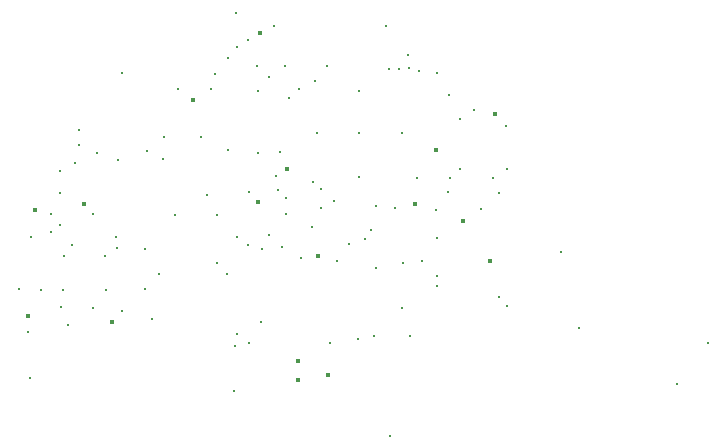
<source format=gbr>
%TF.GenerationSoftware,KiCad,Pcbnew,8.0.5-8.0.5-0~ubuntu22.04.1*%
%TF.CreationDate,2024-10-09T17:19:14-04:00*%
%TF.ProjectId,blinkencap,626c696e-6b65-46e6-9361-702e6b696361,1.0*%
%TF.SameCoordinates,Original*%
%TF.FileFunction,Plated,1,2,PTH,Drill*%
%TF.FilePolarity,Positive*%
%FSLAX46Y46*%
G04 Gerber Fmt 4.6, Leading zero omitted, Abs format (unit mm)*
G04 Created by KiCad (PCBNEW 8.0.5-8.0.5-0~ubuntu22.04.1) date 2024-10-09 17:19:14*
%MOMM*%
%LPD*%
G01*
G04 APERTURE LIST*
%TA.AperFunction,ViaDrill*%
%ADD10C,0.300000*%
%TD*%
%TA.AperFunction,ComponentDrill*%
%ADD11C,0.300000*%
%TD*%
%TA.AperFunction,ViaDrill*%
%ADD12C,0.400000*%
%TD*%
G04 APERTURE END LIST*
D10*
X42008898Y-57112151D03*
X43000000Y-52648091D03*
X43900000Y-57200000D03*
X44700000Y-50699994D03*
X44700000Y-52300000D03*
X45500000Y-47100000D03*
X45523031Y-58618368D03*
X45700000Y-57200000D03*
X45800000Y-54300000D03*
X46133239Y-60154581D03*
X46478640Y-53400000D03*
X46785642Y-46465000D03*
X47100000Y-44900000D03*
X48300000Y-50700000D03*
X48300000Y-58700000D03*
X48600000Y-45600000D03*
X49300000Y-54300000D03*
X49400000Y-57200000D03*
X50200000Y-52700000D03*
X50272550Y-53599584D03*
X50400000Y-46200000D03*
X52700000Y-53700000D03*
X52700000Y-57100000D03*
X52800000Y-45400000D03*
X54200000Y-46100000D03*
X54300000Y-44200000D03*
X55500000Y-40200000D03*
X57400000Y-44200000D03*
X57900000Y-49100000D03*
X58300000Y-40200000D03*
X59615074Y-55784936D03*
X59700000Y-37500000D03*
X59700000Y-45300000D03*
X60463325Y-36636675D03*
X60500000Y-52700000D03*
X60500000Y-60900000D03*
X61396652Y-36000000D03*
X61400001Y-53399999D03*
X61500000Y-48900000D03*
X61500002Y-61700000D03*
X62182383Y-38200000D03*
X62200000Y-40300000D03*
X62200000Y-45600000D03*
X63148942Y-52500006D03*
X63800000Y-47500000D03*
X63900000Y-48700000D03*
X64100000Y-45500000D03*
X64300000Y-53500000D03*
X64500000Y-38200000D03*
X64600000Y-50700000D03*
X64900000Y-40900000D03*
X65691702Y-40200000D03*
X66800000Y-51800000D03*
X66900000Y-48000000D03*
X67100000Y-39500000D03*
X67547341Y-50260937D03*
X67583665Y-48626384D03*
X68076157Y-38200000D03*
X68300000Y-61700000D03*
X68700000Y-49600000D03*
X68900000Y-54700000D03*
X69900000Y-53275000D03*
X70700000Y-61320068D03*
X71299997Y-52899997D03*
X72100000Y-61100000D03*
X72200000Y-55300000D03*
X72205000Y-50100000D03*
X73300000Y-38500000D03*
X73800000Y-50200000D03*
X74170003Y-38500000D03*
X74400000Y-58700000D03*
X74500000Y-54900000D03*
X74900000Y-37300000D03*
X75000426Y-38355418D03*
X75100000Y-61100000D03*
X75700000Y-47700000D03*
X75900000Y-38600000D03*
X76100000Y-54700000D03*
X77300000Y-50400000D03*
X77400000Y-56000000D03*
X77400000Y-56800000D03*
X77427297Y-38772701D03*
X78300000Y-48900000D03*
X78400000Y-40700000D03*
X78500000Y-47700000D03*
X79300000Y-42700000D03*
X79300000Y-46900000D03*
X80500000Y-41900000D03*
X81100000Y-50300000D03*
X82100000Y-47700000D03*
X83300000Y-46900000D03*
X83300000Y-58500000D03*
D11*
%TO.C,STITCH25*%
X42800000Y-60700000D03*
%TO.C,STITCH20*%
X42900000Y-64600000D03*
%TO.C,STITCH11*%
X45500000Y-49000000D03*
%TO.C,STITCH24*%
X45500000Y-51700000D03*
%TO.C,STITCH6*%
X47100000Y-43600000D03*
%TO.C,STITCH23*%
X50700000Y-38800000D03*
%TO.C,STITCH13*%
X50750000Y-58950000D03*
X53300000Y-59600000D03*
%TO.C,STITCH12*%
X53850000Y-55800000D03*
X55200000Y-50800000D03*
%TO.C,STITCH1*%
X58600000Y-38900000D03*
%TO.C,STITCH12*%
X58800000Y-50800000D03*
%TO.C,STITCH4*%
X58800000Y-54900000D03*
%TO.C,STITCH2*%
X60200000Y-65700000D03*
%TO.C,STITCH5*%
X60300000Y-61900000D03*
%TO.C,STITCH14*%
X60400000Y-33700000D03*
%TO.C,STITCH21*%
X62500000Y-59900000D03*
%TO.C,STITCH10*%
X62600000Y-53700000D03*
%TO.C,STITCH7*%
X63200000Y-39100000D03*
%TO.C,STITCH8*%
X63600000Y-34800000D03*
%TO.C,STITCH3*%
X64600000Y-49400000D03*
%TO.C,STITCH10*%
X65900000Y-54500000D03*
%TO.C,STITCH1*%
X67200000Y-43900000D03*
X70800000Y-40300000D03*
X70800000Y-43900000D03*
X70800000Y-47600000D03*
%TO.C,STITCH21*%
X71800000Y-52100000D03*
%TO.C,STITCH22*%
X73100000Y-34800000D03*
%TO.C,STITCH19*%
X73400000Y-69500000D03*
%TO.C,STITCH1*%
X74400000Y-43900000D03*
%TO.C,STITCH21*%
X77400000Y-52800000D03*
%TO.C,STITCH15*%
X82600000Y-49000000D03*
%TO.C,STITCH9*%
X82600000Y-57800000D03*
%TO.C,STITCH21*%
X83200000Y-43300000D03*
X87900000Y-54000000D03*
%TO.C,STITCH18*%
X89400000Y-60400000D03*
%TO.C,STITCH16*%
X97700000Y-65100000D03*
%TO.C,STITCH17*%
X100300000Y-61700000D03*
%TD*%
D12*
X42723375Y-59400000D03*
X43354108Y-50369738D03*
X47500000Y-49900000D03*
X49900000Y-59900000D03*
X56700000Y-41100000D03*
X62250000Y-49700000D03*
X62411133Y-35443089D03*
X64700000Y-46900000D03*
X65600000Y-63200000D03*
X65600000Y-64800000D03*
X67340612Y-54275000D03*
X68200000Y-64400000D03*
X75500000Y-49900000D03*
X77300000Y-45300000D03*
X79600000Y-51300000D03*
X81900000Y-54700000D03*
X82300000Y-42300006D03*
M02*

</source>
